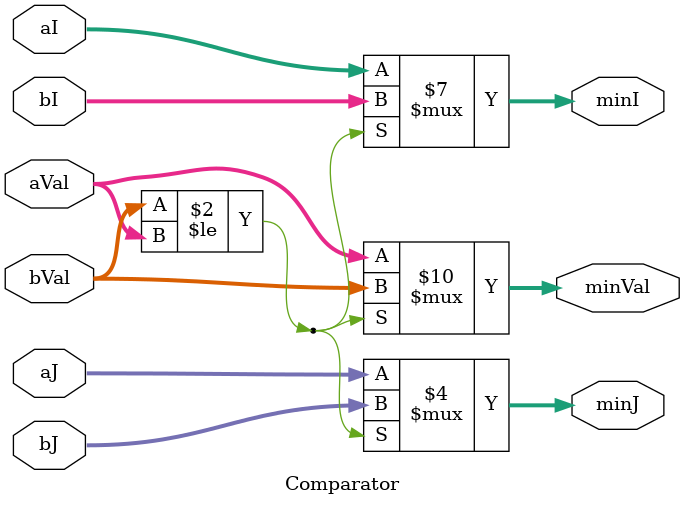
<source format=v>
`timescale 1ns / 1ps

module Comparator(aVal, aI, aJ, bVal, bI, bJ,
                  minVal, minI, minJ);

    input [11:0] aVal, bVal;
    input [5:0] aI, aJ, bI, bJ;
    output reg [11:0] minVal;
    output reg [5:0] minI, minJ;

    always @(*) begin
        if (bVal <= aVal) begin
            minVal <= bVal;
            minI <= bI;
            minJ <= bJ;
        end else begin
            minVal <= aVal;
            minI <= aI;
            minJ <= aJ;
        end
    end

endmodule


</source>
